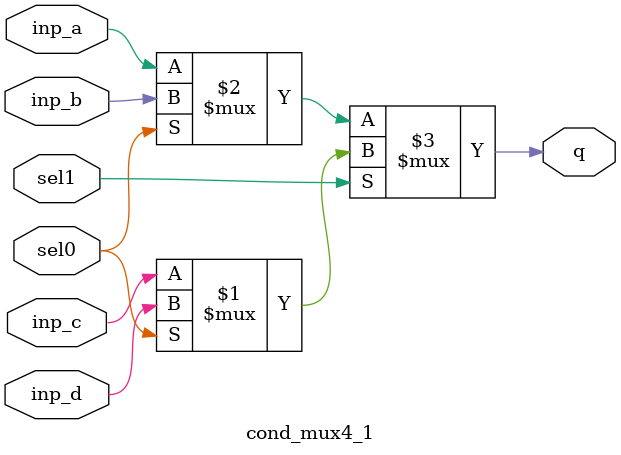
<source format=v>
module cond_mux4_1(inp_a,inp_b,inp_c,inp_d,sel1,sel0,q); // initialising the module

input inp_a,inp_b,inp_c,inp_d,sel1,sel0; // declaring inputs 
output q; //declaring outputs

assign q = (sel1)?(sel0 ? inp_d:inp_c):(sel0 ? inp_b:inp_a); // assigning the value to the output directly
endmodule // ending the module

</source>
